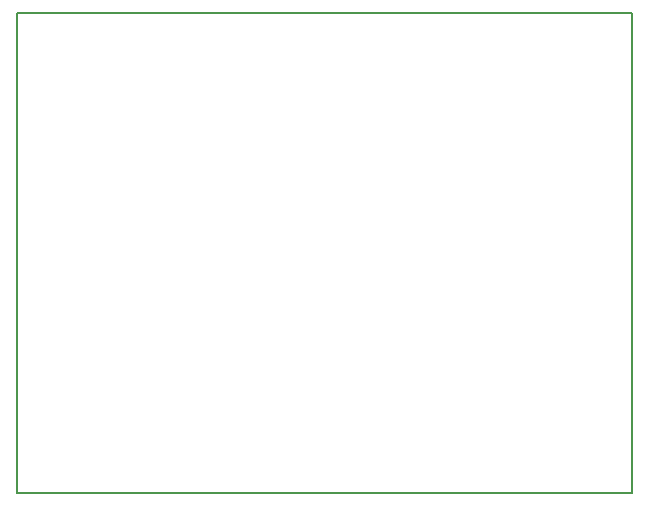
<source format=gm1>
G04 Layer_Color=16711935*
%FSAX23Y23*%
%MOIN*%
G70*
G01*
G75*
%ADD27C,0.008*%
D27*
X01000Y02600D02*
X03050D01*
Y01000D02*
Y02600D01*
X01000Y01000D02*
X03050D01*
X01000D02*
Y02600D01*
M02*

</source>
